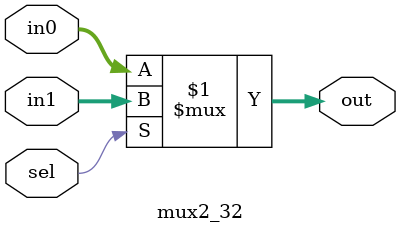
<source format=v>
`timescale 1ns / 1ps
module mux2_32(in0, in1, sel, out);
	input		[31:0]	in0, in1;
	input					sel;
	output	[31:0]	out;
	
	assign	out = sel ? in1 : in0;

endmodule

</source>
